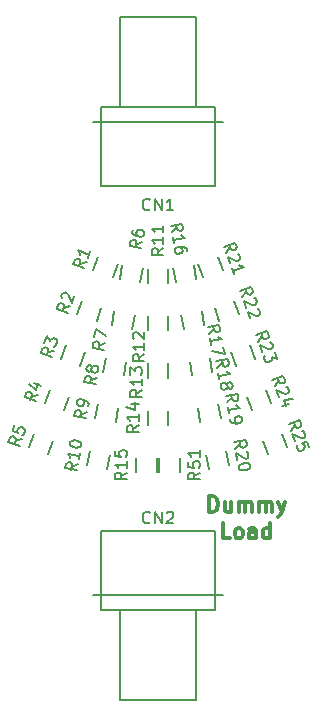
<source format=gto>
G04 #@! TF.GenerationSoftware,KiCad,Pcbnew,5.0.2-bee76a0~70~ubuntu18.04.1*
G04 #@! TF.CreationDate,2019-05-30T10:34:00+02:00*
G04 #@! TF.ProjectId,DummyLoad,44756d6d-794c-46f6-9164-2e6b69636164,1.0*
G04 #@! TF.SameCoordinates,Original*
G04 #@! TF.FileFunction,Legend,Top*
G04 #@! TF.FilePolarity,Positive*
%FSLAX46Y46*%
G04 Gerber Fmt 4.6, Leading zero omitted, Abs format (unit mm)*
G04 Created by KiCad (PCBNEW 5.0.2-bee76a0~70~ubuntu18.04.1) date Do 30 Mai 2019 10:34:00 CEST*
%MOMM*%
%LPD*%
G01*
G04 APERTURE LIST*
%ADD10C,0.300000*%
%ADD11C,0.150000*%
G04 APERTURE END LIST*
D10*
X104342857Y-132963095D02*
X104342857Y-131663095D01*
X104652380Y-131663095D01*
X104838095Y-131725000D01*
X104961904Y-131848809D01*
X105023809Y-131972619D01*
X105085714Y-132220238D01*
X105085714Y-132405952D01*
X105023809Y-132653571D01*
X104961904Y-132777380D01*
X104838095Y-132901190D01*
X104652380Y-132963095D01*
X104342857Y-132963095D01*
X106200000Y-132096428D02*
X106200000Y-132963095D01*
X105642857Y-132096428D02*
X105642857Y-132777380D01*
X105704761Y-132901190D01*
X105828571Y-132963095D01*
X106014285Y-132963095D01*
X106138095Y-132901190D01*
X106200000Y-132839285D01*
X106819047Y-132963095D02*
X106819047Y-132096428D01*
X106819047Y-132220238D02*
X106880952Y-132158333D01*
X107004761Y-132096428D01*
X107190476Y-132096428D01*
X107314285Y-132158333D01*
X107376190Y-132282142D01*
X107376190Y-132963095D01*
X107376190Y-132282142D02*
X107438095Y-132158333D01*
X107561904Y-132096428D01*
X107747619Y-132096428D01*
X107871428Y-132158333D01*
X107933333Y-132282142D01*
X107933333Y-132963095D01*
X108552380Y-132963095D02*
X108552380Y-132096428D01*
X108552380Y-132220238D02*
X108614285Y-132158333D01*
X108738095Y-132096428D01*
X108923809Y-132096428D01*
X109047619Y-132158333D01*
X109109523Y-132282142D01*
X109109523Y-132963095D01*
X109109523Y-132282142D02*
X109171428Y-132158333D01*
X109295238Y-132096428D01*
X109480952Y-132096428D01*
X109604761Y-132158333D01*
X109666666Y-132282142D01*
X109666666Y-132963095D01*
X110161904Y-132096428D02*
X110471428Y-132963095D01*
X110780952Y-132096428D02*
X110471428Y-132963095D01*
X110347619Y-133272619D01*
X110285714Y-133334523D01*
X110161904Y-133396428D01*
X106138095Y-135213095D02*
X105519047Y-135213095D01*
X105519047Y-133913095D01*
X106757142Y-135213095D02*
X106633333Y-135151190D01*
X106571428Y-135089285D01*
X106509523Y-134965476D01*
X106509523Y-134594047D01*
X106571428Y-134470238D01*
X106633333Y-134408333D01*
X106757142Y-134346428D01*
X106942857Y-134346428D01*
X107066666Y-134408333D01*
X107128571Y-134470238D01*
X107190476Y-134594047D01*
X107190476Y-134965476D01*
X107128571Y-135089285D01*
X107066666Y-135151190D01*
X106942857Y-135213095D01*
X106757142Y-135213095D01*
X108304761Y-135213095D02*
X108304761Y-134532142D01*
X108242857Y-134408333D01*
X108119047Y-134346428D01*
X107871428Y-134346428D01*
X107747619Y-134408333D01*
X108304761Y-135151190D02*
X108180952Y-135213095D01*
X107871428Y-135213095D01*
X107747619Y-135151190D01*
X107685714Y-135027380D01*
X107685714Y-134903571D01*
X107747619Y-134779761D01*
X107871428Y-134717857D01*
X108180952Y-134717857D01*
X108304761Y-134655952D01*
X109480952Y-135213095D02*
X109480952Y-133913095D01*
X109480952Y-135151190D02*
X109357142Y-135213095D01*
X109109523Y-135213095D01*
X108985714Y-135151190D01*
X108923809Y-135089285D01*
X108861904Y-134965476D01*
X108861904Y-134594047D01*
X108923809Y-134470238D01*
X108985714Y-134408333D01*
X109109523Y-134346428D01*
X109357142Y-134346428D01*
X109480952Y-134408333D01*
D11*
G04 #@! TO.C,CN1*
X104800000Y-98700000D02*
X104800000Y-105400000D01*
X95200000Y-98700000D02*
X104800000Y-98700000D01*
X95200000Y-105400000D02*
X95200000Y-98700000D01*
X104800000Y-105400000D02*
X95200000Y-105400000D01*
X105500000Y-100000000D02*
X94500000Y-100000000D01*
X96800000Y-91100000D02*
X96800000Y-98700000D01*
X103200000Y-91100000D02*
X96800000Y-91100000D01*
X103200000Y-98700000D02*
X103200000Y-91100000D01*
G04 #@! TO.C,CN2*
X96800000Y-141300000D02*
X96800000Y-148900000D01*
X96800000Y-148900000D02*
X103200000Y-148900000D01*
X103200000Y-148900000D02*
X103200000Y-141300000D01*
X94500000Y-140000000D02*
X105500000Y-140000000D01*
X95200000Y-134600000D02*
X104800000Y-134600000D01*
X104800000Y-134600000D02*
X104800000Y-141300000D01*
X104800000Y-141300000D02*
X95200000Y-141300000D01*
X95200000Y-141300000D02*
X95200000Y-134600000D01*
G04 #@! TO.C,R1*
X94526295Y-112480552D02*
X94936719Y-111352921D01*
X96581181Y-111951456D02*
X96170757Y-113079087D01*
G04 #@! TO.C,R2*
X95213101Y-115710227D02*
X94802677Y-116837858D01*
X93158215Y-116239323D02*
X93568639Y-115111692D01*
G04 #@! TO.C,R3*
X91790134Y-119998093D02*
X92200558Y-118870462D01*
X93845020Y-119468997D02*
X93434596Y-120596628D01*
G04 #@! TO.C,R4*
X92476939Y-123227767D02*
X92066515Y-124355398D01*
X90422053Y-123756863D02*
X90832477Y-122629232D01*
G04 #@! TO.C,R5*
X89053973Y-127515634D02*
X89464397Y-126388003D01*
X91108859Y-126986538D02*
X90698435Y-128114169D01*
G04 #@! TO.C,R6*
X96776678Y-113241442D02*
X96985056Y-112059673D01*
X98708470Y-112363558D02*
X98500092Y-113545327D01*
G04 #@! TO.C,R7*
X98013878Y-116302789D02*
X97805500Y-117484558D01*
X96082086Y-117180673D02*
X96290464Y-115998904D01*
G04 #@! TO.C,R8*
X95387493Y-121119904D02*
X95595871Y-119938135D01*
X97319285Y-120242020D02*
X97110907Y-121423789D01*
G04 #@! TO.C,R9*
X96624692Y-124181251D02*
X96416314Y-125363020D01*
X94692900Y-125059135D02*
X94901278Y-123877366D01*
G04 #@! TO.C,R10*
X93998308Y-128998366D02*
X94206686Y-127816597D01*
X95930100Y-128120482D02*
X95721722Y-129302251D01*
G04 #@! TO.C,R11*
X99125000Y-113600000D02*
X99125000Y-112400000D01*
X100875000Y-112400000D02*
X100875000Y-113600000D01*
G04 #@! TO.C,R12*
X100875000Y-116400000D02*
X100875000Y-117600000D01*
X99125000Y-117600000D02*
X99125000Y-116400000D01*
G04 #@! TO.C,R13*
X99125000Y-121600000D02*
X99125000Y-120400000D01*
X100875000Y-120400000D02*
X100875000Y-121600000D01*
G04 #@! TO.C,R14*
X100875000Y-124400000D02*
X100875000Y-125600000D01*
X99125000Y-125600000D02*
X99125000Y-124400000D01*
G04 #@! TO.C,R15*
X98125000Y-129600000D02*
X98125000Y-128400000D01*
X99875000Y-128400000D02*
X99875000Y-129600000D01*
G04 #@! TO.C,R16*
X103014944Y-112059673D02*
X103223322Y-113241442D01*
X101499908Y-113545327D02*
X101291530Y-112363558D01*
G04 #@! TO.C,R17*
X102194500Y-117484558D02*
X101986122Y-116302789D01*
X103709536Y-115998904D02*
X103917914Y-117180673D01*
G04 #@! TO.C,R18*
X104404129Y-119938135D02*
X104612507Y-121119904D01*
X102889093Y-121423789D02*
X102680715Y-120242020D01*
G04 #@! TO.C,R19*
X103583686Y-125363020D02*
X103375308Y-124181251D01*
X105098722Y-123877366D02*
X105307100Y-125059135D01*
G04 #@! TO.C,R20*
X105793314Y-127816597D02*
X106001692Y-128998366D01*
X104278278Y-129302251D02*
X104069900Y-128120482D01*
G04 #@! TO.C,R21*
X103829243Y-113079087D02*
X103418819Y-111951456D01*
X105063281Y-111352921D02*
X105473705Y-112480552D01*
G04 #@! TO.C,R22*
X106431361Y-115111692D02*
X106841785Y-116239323D01*
X105197323Y-116837858D02*
X104786899Y-115710227D01*
G04 #@! TO.C,R23*
X106565404Y-120596628D02*
X106154980Y-119468997D01*
X107799442Y-118870462D02*
X108209866Y-119998093D01*
G04 #@! TO.C,R24*
X109167523Y-122629232D02*
X109577947Y-123756863D01*
X107933485Y-124355398D02*
X107523061Y-123227767D01*
G04 #@! TO.C,R25*
X109301565Y-128114169D02*
X108891141Y-126986538D01*
X110535603Y-126388003D02*
X110946027Y-127515634D01*
G04 #@! TO.C,R51*
X101875000Y-128400000D02*
X101875000Y-129600000D01*
X100125000Y-129600000D02*
X100125000Y-128400000D01*
G04 #@! TO.C,CN1*
X99309523Y-107357142D02*
X99261904Y-107404761D01*
X99119047Y-107452380D01*
X99023809Y-107452380D01*
X98880952Y-107404761D01*
X98785714Y-107309523D01*
X98738095Y-107214285D01*
X98690476Y-107023809D01*
X98690476Y-106880952D01*
X98738095Y-106690476D01*
X98785714Y-106595238D01*
X98880952Y-106500000D01*
X99023809Y-106452380D01*
X99119047Y-106452380D01*
X99261904Y-106500000D01*
X99309523Y-106547619D01*
X99738095Y-107452380D02*
X99738095Y-106452380D01*
X100309523Y-107452380D01*
X100309523Y-106452380D01*
X101309523Y-107452380D02*
X100738095Y-107452380D01*
X101023809Y-107452380D02*
X101023809Y-106452380D01*
X100928571Y-106595238D01*
X100833333Y-106690476D01*
X100738095Y-106738095D01*
G04 #@! TO.C,CN2*
X99309523Y-133857142D02*
X99261904Y-133904761D01*
X99119047Y-133952380D01*
X99023809Y-133952380D01*
X98880952Y-133904761D01*
X98785714Y-133809523D01*
X98738095Y-133714285D01*
X98690476Y-133523809D01*
X98690476Y-133380952D01*
X98738095Y-133190476D01*
X98785714Y-133095238D01*
X98880952Y-133000000D01*
X99023809Y-132952380D01*
X99119047Y-132952380D01*
X99261904Y-133000000D01*
X99309523Y-133047619D01*
X99738095Y-133952380D02*
X99738095Y-132952380D01*
X100309523Y-133952380D01*
X100309523Y-132952380D01*
X100738095Y-133047619D02*
X100785714Y-133000000D01*
X100880952Y-132952380D01*
X101119047Y-132952380D01*
X101214285Y-133000000D01*
X101261904Y-133047619D01*
X101309523Y-133142857D01*
X101309523Y-133238095D01*
X101261904Y-133380952D01*
X100690476Y-133952380D01*
X101309523Y-133952380D01*
G04 #@! TO.C,R1*
X93948478Y-111809100D02*
X93386999Y-111959464D01*
X93753038Y-112346068D02*
X92813345Y-112004047D01*
X92943639Y-111646069D01*
X93020959Y-111572861D01*
X93081993Y-111544401D01*
X93187775Y-111532227D01*
X93322016Y-111581087D01*
X93395224Y-111658408D01*
X93423685Y-111719441D01*
X93435859Y-111825223D01*
X93305565Y-112183201D01*
X94274212Y-110914155D02*
X94078772Y-111451122D01*
X94176492Y-111182639D02*
X93236799Y-110840618D01*
X93338467Y-110978973D01*
X93395389Y-111101041D01*
X93407563Y-111206822D01*
G04 #@! TO.C,R2*
X92580398Y-115567871D02*
X92018919Y-115718235D01*
X92384958Y-116104839D02*
X91445265Y-115762818D01*
X91575559Y-115404840D01*
X91652879Y-115331632D01*
X91713913Y-115303172D01*
X91819695Y-115290998D01*
X91953936Y-115339858D01*
X92027144Y-115417179D01*
X92055605Y-115478212D01*
X92067779Y-115583994D01*
X91937485Y-115941972D01*
X91860493Y-114900446D02*
X91832033Y-114839412D01*
X91819859Y-114733631D01*
X91901292Y-114509895D01*
X91978613Y-114436687D01*
X92039647Y-114408226D01*
X92145428Y-114396053D01*
X92234923Y-114428626D01*
X92352878Y-114522233D01*
X92694405Y-115254640D01*
X92906132Y-114672926D01*
G04 #@! TO.C,R3*
X91212317Y-119326641D02*
X90650838Y-119477005D01*
X91016877Y-119863609D02*
X90077184Y-119521588D01*
X90207478Y-119163610D01*
X90284798Y-119090402D01*
X90345832Y-119061942D01*
X90451614Y-119049768D01*
X90585855Y-119098628D01*
X90659063Y-119175949D01*
X90687524Y-119236982D01*
X90699698Y-119342764D01*
X90569404Y-119700742D01*
X90386631Y-118671390D02*
X90598358Y-118089676D01*
X90842329Y-118533200D01*
X90891189Y-118398958D01*
X90968510Y-118325750D01*
X91029544Y-118297290D01*
X91135325Y-118285116D01*
X91359062Y-118366549D01*
X91432269Y-118443870D01*
X91460730Y-118504904D01*
X91472904Y-118610685D01*
X91375184Y-118879169D01*
X91297863Y-118952377D01*
X91236829Y-118980837D01*
G04 #@! TO.C,R4*
X89844236Y-123085411D02*
X89282757Y-123235775D01*
X89648796Y-123622379D02*
X88709103Y-123280358D01*
X88839397Y-122922380D01*
X88916717Y-122849172D01*
X88977751Y-122820712D01*
X89083533Y-122808538D01*
X89217774Y-122857398D01*
X89290982Y-122934719D01*
X89319443Y-122995752D01*
X89331617Y-123101534D01*
X89201323Y-123459512D01*
X89510935Y-122051947D02*
X90137396Y-122279961D01*
X89071523Y-122145390D02*
X89661299Y-122613426D01*
X89873025Y-122031712D01*
G04 #@! TO.C,R5*
X88476156Y-126844182D02*
X87914677Y-126994546D01*
X88280716Y-127381150D02*
X87341023Y-127039129D01*
X87471317Y-126681151D01*
X87548637Y-126607943D01*
X87609671Y-126579483D01*
X87715453Y-126567309D01*
X87849694Y-126616169D01*
X87922902Y-126693490D01*
X87951363Y-126754523D01*
X87963537Y-126860305D01*
X87833243Y-127218283D01*
X87845910Y-125651964D02*
X87683044Y-126099437D01*
X88114230Y-126307051D01*
X88085769Y-126246017D01*
X88073595Y-126140236D01*
X88155028Y-125916499D01*
X88232349Y-125843291D01*
X88293383Y-125814831D01*
X88399164Y-125802657D01*
X88622901Y-125884090D01*
X88696108Y-125961411D01*
X88724569Y-126022445D01*
X88736743Y-126128226D01*
X88655310Y-126351962D01*
X88577989Y-126425170D01*
X88516955Y-126453631D01*
G04 #@! TO.C,R6*
X98680085Y-110090766D02*
X98153247Y-110336346D01*
X98580858Y-110653514D02*
X97596050Y-110479865D01*
X97662202Y-110104701D01*
X97725635Y-110019178D01*
X97780800Y-109980552D01*
X97882860Y-109950194D01*
X98023547Y-109975001D01*
X98109069Y-110038434D01*
X98147696Y-110093599D01*
X98178053Y-110195659D01*
X98111902Y-110570824D01*
X97844119Y-109072997D02*
X97811043Y-109260580D01*
X97841401Y-109362640D01*
X97880027Y-109417804D01*
X98004176Y-109536402D01*
X98183490Y-109616374D01*
X98558655Y-109682526D01*
X98660715Y-109652168D01*
X98715879Y-109613541D01*
X98779313Y-109528019D01*
X98812389Y-109340437D01*
X98782031Y-109238376D01*
X98743404Y-109183212D01*
X98657882Y-109119778D01*
X98423404Y-109078433D01*
X98321344Y-109108791D01*
X98266179Y-109147418D01*
X98202746Y-109232940D01*
X98169670Y-109420522D01*
X98200028Y-109522583D01*
X98238654Y-109577747D01*
X98324177Y-109641181D01*
G04 #@! TO.C,R7*
X95541559Y-118676198D02*
X95014721Y-118921778D01*
X95442332Y-119238946D02*
X94457524Y-119065297D01*
X94523676Y-118690133D01*
X94587109Y-118604610D01*
X94642274Y-118565984D01*
X94744334Y-118535626D01*
X94885021Y-118560433D01*
X94970543Y-118623866D01*
X95009170Y-118679031D01*
X95039527Y-118781091D01*
X94973376Y-119156256D01*
X94614634Y-118174281D02*
X94730400Y-117517742D01*
X95640787Y-118113451D01*
G04 #@! TO.C,R8*
X94823653Y-121595892D02*
X94296815Y-121841472D01*
X94724426Y-122158640D02*
X93739618Y-121984991D01*
X93805770Y-121609827D01*
X93869203Y-121524304D01*
X93924368Y-121485678D01*
X94026428Y-121455320D01*
X94167115Y-121480127D01*
X94252637Y-121543560D01*
X94291264Y-121598725D01*
X94321621Y-121700785D01*
X94255470Y-122075950D01*
X94360134Y-120933917D02*
X94296700Y-121019440D01*
X94241536Y-121058066D01*
X94139475Y-121088424D01*
X94092580Y-121080155D01*
X94007058Y-121016722D01*
X93968431Y-120961557D01*
X93938073Y-120859497D01*
X93971149Y-120671914D01*
X94034583Y-120586392D01*
X94089747Y-120547765D01*
X94191807Y-120517408D01*
X94238703Y-120525677D01*
X94324225Y-120589110D01*
X94362852Y-120644275D01*
X94393209Y-120746335D01*
X94360134Y-120933917D01*
X94390491Y-121035978D01*
X94429118Y-121091142D01*
X94514640Y-121154576D01*
X94702223Y-121187652D01*
X94804283Y-121157294D01*
X94859447Y-121118667D01*
X94922881Y-121033145D01*
X94955957Y-120845563D01*
X94925599Y-120743502D01*
X94886972Y-120688338D01*
X94801450Y-120624904D01*
X94613868Y-120591828D01*
X94511808Y-120622186D01*
X94456643Y-120660813D01*
X94393209Y-120746335D01*
G04 #@! TO.C,R9*
X94007266Y-124498221D02*
X93480428Y-124743801D01*
X93908039Y-125060969D02*
X92923231Y-124887320D01*
X92989383Y-124512156D01*
X93052816Y-124426633D01*
X93107981Y-124388007D01*
X93210041Y-124357649D01*
X93350728Y-124382456D01*
X93436250Y-124445889D01*
X93474877Y-124501054D01*
X93505234Y-124603114D01*
X93439083Y-124978279D01*
X94089956Y-124029265D02*
X94123032Y-123841683D01*
X94092674Y-123739623D01*
X94054048Y-123684458D01*
X93929899Y-123565860D01*
X93750585Y-123485888D01*
X93375420Y-123419737D01*
X93273360Y-123450094D01*
X93218196Y-123488721D01*
X93154762Y-123574243D01*
X93121686Y-123761826D01*
X93152044Y-123863886D01*
X93190671Y-123919051D01*
X93276193Y-123982484D01*
X93510671Y-124023829D01*
X93612731Y-123993471D01*
X93667896Y-123954845D01*
X93731329Y-123869322D01*
X93764405Y-123681740D01*
X93734047Y-123579680D01*
X93695421Y-123524515D01*
X93609898Y-123461082D01*
G04 #@! TO.C,R10*
X93229985Y-128906408D02*
X92703146Y-129151988D01*
X93130757Y-129469156D02*
X92145950Y-129295507D01*
X92212101Y-128920343D01*
X92275535Y-128834820D01*
X92330699Y-128796194D01*
X92432759Y-128765836D01*
X92573446Y-128790643D01*
X92658969Y-128854076D01*
X92697595Y-128909241D01*
X92727953Y-129011301D01*
X92661801Y-129386466D01*
X93395364Y-127968496D02*
X93296136Y-128531243D01*
X93345750Y-128249870D02*
X92360942Y-128076222D01*
X92485091Y-128194820D01*
X92562345Y-128305149D01*
X92592702Y-128407209D01*
X92518053Y-127185205D02*
X92534591Y-127091414D01*
X92598024Y-127005892D01*
X92653189Y-126967265D01*
X92755249Y-126936907D01*
X92951100Y-126923088D01*
X93185578Y-126964432D01*
X93364892Y-127044404D01*
X93450414Y-127107837D01*
X93489041Y-127163002D01*
X93519398Y-127265062D01*
X93502861Y-127358853D01*
X93439427Y-127444376D01*
X93384262Y-127483002D01*
X93282202Y-127513360D01*
X93086351Y-127527180D01*
X92851873Y-127485835D01*
X92672559Y-127405863D01*
X92587037Y-127342430D01*
X92548410Y-127287265D01*
X92518053Y-127185205D01*
G04 #@! TO.C,R11*
X100452380Y-110642857D02*
X99976190Y-110976190D01*
X100452380Y-111214285D02*
X99452380Y-111214285D01*
X99452380Y-110833333D01*
X99500000Y-110738095D01*
X99547619Y-110690476D01*
X99642857Y-110642857D01*
X99785714Y-110642857D01*
X99880952Y-110690476D01*
X99928571Y-110738095D01*
X99976190Y-110833333D01*
X99976190Y-111214285D01*
X100452380Y-109690476D02*
X100452380Y-110261904D01*
X100452380Y-109976190D02*
X99452380Y-109976190D01*
X99595238Y-110071428D01*
X99690476Y-110166666D01*
X99738095Y-110261904D01*
X100452380Y-108738095D02*
X100452380Y-109309523D01*
X100452380Y-109023809D02*
X99452380Y-109023809D01*
X99595238Y-109119047D01*
X99690476Y-109214285D01*
X99738095Y-109309523D01*
G04 #@! TO.C,R12*
X98852380Y-119642857D02*
X98376190Y-119976190D01*
X98852380Y-120214285D02*
X97852380Y-120214285D01*
X97852380Y-119833333D01*
X97900000Y-119738095D01*
X97947619Y-119690476D01*
X98042857Y-119642857D01*
X98185714Y-119642857D01*
X98280952Y-119690476D01*
X98328571Y-119738095D01*
X98376190Y-119833333D01*
X98376190Y-120214285D01*
X98852380Y-118690476D02*
X98852380Y-119261904D01*
X98852380Y-118976190D02*
X97852380Y-118976190D01*
X97995238Y-119071428D01*
X98090476Y-119166666D01*
X98138095Y-119261904D01*
X97947619Y-118309523D02*
X97900000Y-118261904D01*
X97852380Y-118166666D01*
X97852380Y-117928571D01*
X97900000Y-117833333D01*
X97947619Y-117785714D01*
X98042857Y-117738095D01*
X98138095Y-117738095D01*
X98280952Y-117785714D01*
X98852380Y-118357142D01*
X98852380Y-117738095D01*
G04 #@! TO.C,R13*
X98652380Y-122642857D02*
X98176190Y-122976190D01*
X98652380Y-123214285D02*
X97652380Y-123214285D01*
X97652380Y-122833333D01*
X97700000Y-122738095D01*
X97747619Y-122690476D01*
X97842857Y-122642857D01*
X97985714Y-122642857D01*
X98080952Y-122690476D01*
X98128571Y-122738095D01*
X98176190Y-122833333D01*
X98176190Y-123214285D01*
X98652380Y-121690476D02*
X98652380Y-122261904D01*
X98652380Y-121976190D02*
X97652380Y-121976190D01*
X97795238Y-122071428D01*
X97890476Y-122166666D01*
X97938095Y-122261904D01*
X97652380Y-121357142D02*
X97652380Y-120738095D01*
X98033333Y-121071428D01*
X98033333Y-120928571D01*
X98080952Y-120833333D01*
X98128571Y-120785714D01*
X98223809Y-120738095D01*
X98461904Y-120738095D01*
X98557142Y-120785714D01*
X98604761Y-120833333D01*
X98652380Y-120928571D01*
X98652380Y-121214285D01*
X98604761Y-121309523D01*
X98557142Y-121357142D01*
G04 #@! TO.C,R14*
X98352380Y-125642857D02*
X97876190Y-125976190D01*
X98352380Y-126214285D02*
X97352380Y-126214285D01*
X97352380Y-125833333D01*
X97400000Y-125738095D01*
X97447619Y-125690476D01*
X97542857Y-125642857D01*
X97685714Y-125642857D01*
X97780952Y-125690476D01*
X97828571Y-125738095D01*
X97876190Y-125833333D01*
X97876190Y-126214285D01*
X98352380Y-124690476D02*
X98352380Y-125261904D01*
X98352380Y-124976190D02*
X97352380Y-124976190D01*
X97495238Y-125071428D01*
X97590476Y-125166666D01*
X97638095Y-125261904D01*
X97685714Y-123833333D02*
X98352380Y-123833333D01*
X97304761Y-124071428D02*
X98019047Y-124309523D01*
X98019047Y-123690476D01*
G04 #@! TO.C,R15*
X97352380Y-129642857D02*
X96876190Y-129976190D01*
X97352380Y-130214285D02*
X96352380Y-130214285D01*
X96352380Y-129833333D01*
X96400000Y-129738095D01*
X96447619Y-129690476D01*
X96542857Y-129642857D01*
X96685714Y-129642857D01*
X96780952Y-129690476D01*
X96828571Y-129738095D01*
X96876190Y-129833333D01*
X96876190Y-130214285D01*
X97352380Y-128690476D02*
X97352380Y-129261904D01*
X97352380Y-128976190D02*
X96352380Y-128976190D01*
X96495238Y-129071428D01*
X96590476Y-129166666D01*
X96638095Y-129261904D01*
X96352380Y-127785714D02*
X96352380Y-128261904D01*
X96828571Y-128309523D01*
X96780952Y-128261904D01*
X96733333Y-128166666D01*
X96733333Y-127928571D01*
X96780952Y-127833333D01*
X96828571Y-127785714D01*
X96923809Y-127738095D01*
X97161904Y-127738095D01*
X97257142Y-127785714D01*
X97304761Y-127833333D01*
X97352380Y-127928571D01*
X97352380Y-128166666D01*
X97304761Y-128261904D01*
X97257142Y-128309523D01*
G04 #@! TO.C,R16*
X101179341Y-109293541D02*
X101590415Y-108882582D01*
X101080114Y-108730794D02*
X102064921Y-108557145D01*
X102131073Y-108932310D01*
X102100715Y-109034370D01*
X102062089Y-109089535D01*
X101976567Y-109152969D01*
X101835880Y-109177775D01*
X101733820Y-109147418D01*
X101678655Y-109108791D01*
X101615221Y-109023269D01*
X101549070Y-108648104D01*
X101344720Y-110231453D02*
X101245493Y-109668706D01*
X101295107Y-109950079D02*
X102279914Y-109776431D01*
X102122690Y-109707447D01*
X102012361Y-109630194D01*
X101948927Y-109544671D01*
X102478370Y-110901926D02*
X102445294Y-110714343D01*
X102381860Y-110628821D01*
X102326696Y-110590194D01*
X102169471Y-110521210D01*
X101973619Y-110507390D01*
X101598455Y-110573542D01*
X101512932Y-110636976D01*
X101474306Y-110692140D01*
X101443948Y-110794200D01*
X101477024Y-110981783D01*
X101540457Y-111067305D01*
X101595622Y-111105932D01*
X101697682Y-111136289D01*
X101932160Y-111094945D01*
X102017682Y-111031511D01*
X102056309Y-110976346D01*
X102086667Y-110874286D01*
X102053591Y-110686704D01*
X101990157Y-110601182D01*
X101934993Y-110562555D01*
X101832933Y-110532197D01*
G04 #@! TO.C,R17*
X104317867Y-117878973D02*
X104728941Y-117468014D01*
X104218640Y-117316226D02*
X105203447Y-117142577D01*
X105269599Y-117517742D01*
X105239241Y-117619802D01*
X105200615Y-117674967D01*
X105115093Y-117738401D01*
X104974406Y-117763207D01*
X104872346Y-117732850D01*
X104817181Y-117694223D01*
X104753747Y-117608701D01*
X104687596Y-117233536D01*
X104483246Y-118816885D02*
X104384019Y-118254138D01*
X104433633Y-118535511D02*
X105418440Y-118361863D01*
X105261216Y-118292879D01*
X105150887Y-118215626D01*
X105087453Y-118130103D01*
X105525937Y-118971506D02*
X105641702Y-119628045D01*
X104582474Y-119379632D01*
G04 #@! TO.C,R18*
X105035773Y-120798667D02*
X105446847Y-120387708D01*
X104936546Y-120235920D02*
X105921353Y-120062271D01*
X105987505Y-120437436D01*
X105957147Y-120539496D01*
X105918521Y-120594661D01*
X105832999Y-120658095D01*
X105692312Y-120682901D01*
X105590252Y-120652544D01*
X105535087Y-120613917D01*
X105471653Y-120528395D01*
X105405502Y-120153230D01*
X105201152Y-121736579D02*
X105101925Y-121173832D01*
X105151539Y-121455205D02*
X106136346Y-121281557D01*
X105979122Y-121212573D01*
X105868793Y-121135320D01*
X105805359Y-121049797D01*
X105863127Y-122200099D02*
X105893485Y-122098039D01*
X105932112Y-122042874D01*
X106017634Y-121979441D01*
X106064529Y-121971172D01*
X106166590Y-122001529D01*
X106221754Y-122040156D01*
X106285188Y-122125678D01*
X106318264Y-122313261D01*
X106287906Y-122415321D01*
X106249279Y-122470485D01*
X106163757Y-122533919D01*
X106116861Y-122542188D01*
X106014801Y-122511830D01*
X105959637Y-122473204D01*
X105896203Y-122387681D01*
X105863127Y-122200099D01*
X105799694Y-122114577D01*
X105744529Y-122075950D01*
X105642469Y-122045592D01*
X105454887Y-122078668D01*
X105369364Y-122142102D01*
X105330738Y-122197266D01*
X105300380Y-122299326D01*
X105333456Y-122486909D01*
X105396889Y-122572431D01*
X105452054Y-122611058D01*
X105554114Y-122641415D01*
X105741697Y-122608340D01*
X105827219Y-122544906D01*
X105865845Y-122489741D01*
X105896203Y-122387681D01*
G04 #@! TO.C,R19*
X105852160Y-123700996D02*
X106263234Y-123290037D01*
X105752933Y-123138249D02*
X106737740Y-122964600D01*
X106803892Y-123339765D01*
X106773534Y-123441825D01*
X106734908Y-123496990D01*
X106649386Y-123560424D01*
X106508699Y-123585230D01*
X106406639Y-123554873D01*
X106351474Y-123516246D01*
X106288040Y-123430724D01*
X106221889Y-123055559D01*
X106017539Y-124638908D02*
X105918312Y-124076161D01*
X105967926Y-124357534D02*
X106952733Y-124183886D01*
X106795509Y-124114902D01*
X106685180Y-124037649D01*
X106621746Y-123952126D01*
X106100229Y-125107864D02*
X106133305Y-125295447D01*
X106196738Y-125380969D01*
X106251903Y-125419595D01*
X106409128Y-125488580D01*
X106604979Y-125502400D01*
X106980144Y-125436248D01*
X107065666Y-125372814D01*
X107104293Y-125317650D01*
X107134651Y-125215590D01*
X107101575Y-125028007D01*
X107038141Y-124942485D01*
X106982977Y-124903858D01*
X106880916Y-124873501D01*
X106646438Y-124914845D01*
X106560916Y-124978279D01*
X106522290Y-125033444D01*
X106491932Y-125135504D01*
X106525008Y-125323086D01*
X106588441Y-125408608D01*
X106643606Y-125447235D01*
X106745666Y-125477593D01*
G04 #@! TO.C,R20*
X106546752Y-127640227D02*
X106957826Y-127229268D01*
X106447525Y-127077480D02*
X107432332Y-126903831D01*
X107498484Y-127278996D01*
X107468126Y-127381056D01*
X107429500Y-127436221D01*
X107343978Y-127499655D01*
X107203291Y-127524461D01*
X107101231Y-127494104D01*
X107046066Y-127455477D01*
X106982632Y-127369955D01*
X106916481Y-126994790D01*
X107503920Y-127858282D02*
X107559085Y-127896908D01*
X107622519Y-127982430D01*
X107663863Y-128216908D01*
X107633506Y-128318969D01*
X107594879Y-128374133D01*
X107509357Y-128437567D01*
X107415566Y-128454105D01*
X107266610Y-128432016D01*
X106604635Y-127968496D01*
X106712131Y-128578139D01*
X107804436Y-129014134D02*
X107820974Y-129107925D01*
X107790616Y-129209985D01*
X107751989Y-129265150D01*
X107666467Y-129328583D01*
X107487154Y-129408555D01*
X107252676Y-129449900D01*
X107056824Y-129436080D01*
X106954764Y-129405722D01*
X106899599Y-129367095D01*
X106836166Y-129281573D01*
X106819628Y-129187782D01*
X106849986Y-129085722D01*
X106888612Y-129030557D01*
X106974135Y-128967124D01*
X107153448Y-128887152D01*
X107387926Y-128845807D01*
X107583777Y-128859627D01*
X107685838Y-128889985D01*
X107741002Y-128928612D01*
X107804436Y-129014134D01*
G04 #@! TO.C,R21*
X105774647Y-111048397D02*
X106108113Y-110572299D01*
X105579207Y-110511430D02*
X106518900Y-110169409D01*
X106649193Y-110527388D01*
X106637019Y-110633169D01*
X106608559Y-110694203D01*
X106535351Y-110771523D01*
X106401109Y-110820383D01*
X106295328Y-110808209D01*
X106234294Y-110779749D01*
X106156973Y-110706541D01*
X106026680Y-110348563D01*
X106755139Y-111096928D02*
X106816173Y-111125389D01*
X106893493Y-111198597D01*
X106974927Y-111422333D01*
X106962753Y-111528114D01*
X106934292Y-111589148D01*
X106861084Y-111666469D01*
X106771590Y-111699042D01*
X106621061Y-111703155D01*
X105888654Y-111361628D01*
X106100381Y-111943342D01*
X106426114Y-112838287D02*
X106230674Y-112301320D01*
X106328394Y-112569804D02*
X107268087Y-112227784D01*
X107101272Y-112187149D01*
X106979204Y-112130228D01*
X106901883Y-112057020D01*
G04 #@! TO.C,R22*
X107142727Y-114807168D02*
X107476193Y-114331070D01*
X106947287Y-114270201D02*
X107886980Y-113928180D01*
X108017273Y-114286159D01*
X108005099Y-114391940D01*
X107976639Y-114452974D01*
X107903431Y-114530294D01*
X107769189Y-114579154D01*
X107663408Y-114566980D01*
X107602374Y-114538520D01*
X107525053Y-114465312D01*
X107394760Y-114107334D01*
X108123219Y-114855699D02*
X108184253Y-114884160D01*
X108261573Y-114957368D01*
X108343007Y-115181104D01*
X108330833Y-115286885D01*
X108302372Y-115347919D01*
X108229164Y-115425240D01*
X108139670Y-115457813D01*
X107989141Y-115461926D01*
X107256734Y-115120399D01*
X107468461Y-115702113D01*
X108448952Y-115750644D02*
X108509986Y-115779105D01*
X108587307Y-115852313D01*
X108668740Y-116076049D01*
X108656566Y-116181830D01*
X108628106Y-116242864D01*
X108554898Y-116320185D01*
X108465403Y-116352758D01*
X108314875Y-116356871D01*
X107582468Y-116015344D01*
X107794194Y-116597058D01*
G04 #@! TO.C,R23*
X108510808Y-118565938D02*
X108844274Y-118089840D01*
X108315368Y-118028971D02*
X109255061Y-117686950D01*
X109385354Y-118044929D01*
X109373180Y-118150710D01*
X109344720Y-118211744D01*
X109271512Y-118289064D01*
X109137270Y-118337924D01*
X109031489Y-118325750D01*
X108970455Y-118297290D01*
X108893134Y-118224082D01*
X108762841Y-117866104D01*
X109491300Y-118614469D02*
X109552334Y-118642930D01*
X109629654Y-118716138D01*
X109711088Y-118939874D01*
X109698914Y-119045655D01*
X109670453Y-119106689D01*
X109597245Y-119184010D01*
X109507751Y-119216583D01*
X109357222Y-119220696D01*
X108624815Y-118879169D01*
X108836542Y-119460883D01*
X109890241Y-119432094D02*
X110101968Y-120013808D01*
X109629983Y-119830871D01*
X109678843Y-119965113D01*
X109666669Y-120070894D01*
X109638209Y-120131928D01*
X109565001Y-120209248D01*
X109341264Y-120290682D01*
X109235483Y-120278508D01*
X109174449Y-120250047D01*
X109097129Y-120176839D01*
X108999409Y-119908356D01*
X109011582Y-119802575D01*
X109040043Y-119741541D01*
G04 #@! TO.C,R24*
X109878889Y-122324708D02*
X110212355Y-121848610D01*
X109683449Y-121787741D02*
X110623142Y-121445720D01*
X110753435Y-121803699D01*
X110741261Y-121909480D01*
X110712801Y-121970514D01*
X110639593Y-122047834D01*
X110505351Y-122096694D01*
X110399570Y-122084520D01*
X110338536Y-122056060D01*
X110261215Y-121982852D01*
X110130922Y-121624874D01*
X110859381Y-122373239D02*
X110920415Y-122401700D01*
X110997735Y-122474908D01*
X111079169Y-122698644D01*
X111066995Y-122804425D01*
X111038534Y-122865459D01*
X110965326Y-122942780D01*
X110875832Y-122975353D01*
X110725303Y-122979466D01*
X109992896Y-122637939D01*
X110204623Y-123219653D01*
X111124245Y-123797091D02*
X110497783Y-124025104D01*
X111400789Y-123443061D02*
X110648147Y-123463625D01*
X110859874Y-124045339D01*
G04 #@! TO.C,R25*
X111246969Y-126083479D02*
X111580435Y-125607381D01*
X111051529Y-125546512D02*
X111991222Y-125204491D01*
X112121515Y-125562470D01*
X112109341Y-125668251D01*
X112080881Y-125729285D01*
X112007673Y-125806605D01*
X111873431Y-125855465D01*
X111767650Y-125843291D01*
X111706616Y-125814831D01*
X111629295Y-125741623D01*
X111499002Y-125383645D01*
X112227461Y-126132010D02*
X112288495Y-126160471D01*
X112365815Y-126233679D01*
X112447249Y-126457415D01*
X112435075Y-126563196D01*
X112406614Y-126624230D01*
X112333406Y-126701551D01*
X112243912Y-126734124D01*
X112093383Y-126738237D01*
X111360976Y-126396710D01*
X111572703Y-126978424D01*
X112821842Y-127486602D02*
X112658976Y-127039129D01*
X112195216Y-127157249D01*
X112256250Y-127185709D01*
X112333571Y-127258917D01*
X112415004Y-127482654D01*
X112402830Y-127588435D01*
X112374370Y-127649469D01*
X112301162Y-127726789D01*
X112077425Y-127808223D01*
X111971644Y-127796049D01*
X111910610Y-127767588D01*
X111833290Y-127694380D01*
X111751856Y-127470644D01*
X111764030Y-127364863D01*
X111792491Y-127303829D01*
G04 #@! TO.C,R51*
X103552380Y-129642857D02*
X103076190Y-129976190D01*
X103552380Y-130214285D02*
X102552380Y-130214285D01*
X102552380Y-129833333D01*
X102600000Y-129738095D01*
X102647619Y-129690476D01*
X102742857Y-129642857D01*
X102885714Y-129642857D01*
X102980952Y-129690476D01*
X103028571Y-129738095D01*
X103076190Y-129833333D01*
X103076190Y-130214285D01*
X102552380Y-128738095D02*
X102552380Y-129214285D01*
X103028571Y-129261904D01*
X102980952Y-129214285D01*
X102933333Y-129119047D01*
X102933333Y-128880952D01*
X102980952Y-128785714D01*
X103028571Y-128738095D01*
X103123809Y-128690476D01*
X103361904Y-128690476D01*
X103457142Y-128738095D01*
X103504761Y-128785714D01*
X103552380Y-128880952D01*
X103552380Y-129119047D01*
X103504761Y-129214285D01*
X103457142Y-129261904D01*
X103552380Y-127738095D02*
X103552380Y-128309523D01*
X103552380Y-128023809D02*
X102552380Y-128023809D01*
X102695238Y-128119047D01*
X102790476Y-128214285D01*
X102838095Y-128309523D01*
G04 #@! TD*
M02*

</source>
